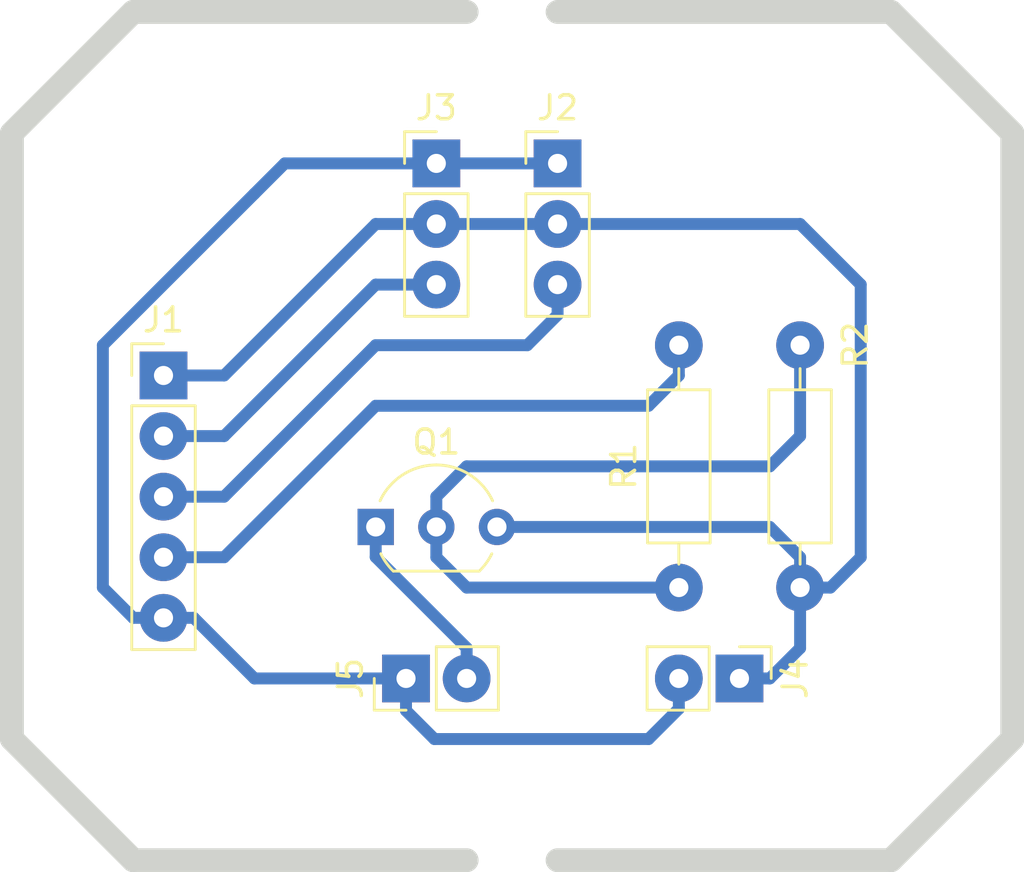
<source format=kicad_pcb>
(kicad_pcb (version 4) (host pcbnew 4.0.7)

  (general
    (links 15)
    (no_connects 0)
    (area 19.819999 10.929999 62.730001 47.490001)
    (thickness 1.6)
    (drawings 50)
    (tracks 61)
    (zones 0)
    (modules 8)
    (nets 8)
  )

  (page A4)
  (layers
    (0 F.Cu signal)
    (31 B.Cu signal hide)
    (32 B.Adhes user hide)
    (33 F.Adhes user hide)
    (34 B.Paste user hide)
    (35 F.Paste user hide)
    (36 B.SilkS user hide)
    (37 F.SilkS user hide)
    (38 B.Mask user hide)
    (39 F.Mask user hide)
    (40 Dwgs.User user)
    (41 Cmts.User user hide)
    (42 Eco1.User user hide)
    (43 Eco2.User user hide)
    (44 Edge.Cuts user)
    (45 Margin user hide)
    (46 B.CrtYd user hide)
    (47 F.CrtYd user hide)
    (48 B.Fab user)
    (49 F.Fab user hide)
  )

  (setup
    (last_trace_width 0.25)
    (trace_clearance 0.2)
    (zone_clearance 0.508)
    (zone_45_only no)
    (trace_min 0.2)
    (segment_width 0.5)
    (edge_width 1)
    (via_size 0.6)
    (via_drill 0.4)
    (via_min_size 0.4)
    (via_min_drill 0.3)
    (uvia_size 0.3)
    (uvia_drill 0.1)
    (uvias_allowed no)
    (uvia_min_size 0.2)
    (uvia_min_drill 0.1)
    (pcb_text_width 0.3)
    (pcb_text_size 1.5 1.5)
    (mod_edge_width 0.15)
    (mod_text_size 1 1)
    (mod_text_width 0.15)
    (pad_size 2 2)
    (pad_drill 0.8)
    (pad_to_mask_clearance 0.2)
    (aux_axis_origin 115.57 111.76)
    (visible_elements FFFFFF7F)
    (pcbplotparams
      (layerselection 0x01100_00000000)
      (usegerberextensions false)
      (excludeedgelayer true)
      (linewidth 0.100000)
      (plotframeref false)
      (viasonmask false)
      (mode 1)
      (useauxorigin false)
      (hpglpennumber 1)
      (hpglpenspeed 20)
      (hpglpendiameter 15)
      (hpglpenoverlay 2)
      (psnegative false)
      (psa4output false)
      (plotreference true)
      (plotvalue true)
      (plotinvisibletext false)
      (padsonsilk false)
      (subtractmaskfromsilk false)
      (outputformat 5)
      (mirror false)
      (drillshape 0)
      (scaleselection 1)
      (outputdirectory gerber/))
  )

  (net 0 "")
  (net 1 GND)
  (net 2 "Net-(J1-Pad2)")
  (net 3 "Net-(J1-Pad3)")
  (net 4 "Net-(J1-Pad4)")
  (net 5 VDD)
  (net 6 "Net-(J5-Pad2)")
  (net 7 "Net-(Q1-Pad2)")

  (net_class Default "This is the default net class."
    (clearance 0.2)
    (trace_width 0.25)
    (via_dia 0.6)
    (via_drill 0.4)
    (uvia_dia 0.3)
    (uvia_drill 0.1)
  )

  (net_class milled ""
    (clearance 0.5)
    (trace_width 0.5)
    (via_dia 0.6)
    (via_drill 0.4)
    (uvia_dia 0.3)
    (uvia_drill 0.1)
    (add_net GND)
    (add_net "Net-(J1-Pad2)")
    (add_net "Net-(J1-Pad3)")
    (add_net "Net-(J1-Pad4)")
    (add_net "Net-(J5-Pad2)")
    (add_net "Net-(Q1-Pad2)")
    (add_net VDD)
  )

  (module Resistors_THT:R_Axial_DIN0207_L6.3mm_D2.5mm_P10.16mm_Horizontal (layer F.Cu) (tedit 5B06A485) (tstamp 5AFD4431)
    (at 53.34 25.4 270)
    (descr "Resistor, Axial_DIN0207 series, Axial, Horizontal, pin pitch=10.16mm, 0.25W = 1/4W, length*diameter=6.3*2.5mm^2, http://cdn-reichelt.de/documents/datenblatt/B400/1_4W%23YAG.pdf")
    (tags "Resistor Axial_DIN0207 series Axial Horizontal pin pitch 10.16mm 0.25W = 1/4W length 6.3mm diameter 2.5mm")
    (path /5AFC3C4C)
    (fp_text reference R2 (at 0 -2.31 270) (layer F.SilkS)
      (effects (font (size 1 1) (thickness 0.15)))
    )
    (fp_text value 1k (at 5.08 0 270) (layer Dwgs.User)
      (effects (font (size 2 2) (thickness 0.5)))
    )
    (fp_line (start 1.93 -1.25) (end 1.93 1.25) (layer F.Fab) (width 0.1))
    (fp_line (start 1.93 1.25) (end 8.23 1.25) (layer F.Fab) (width 0.1))
    (fp_line (start 8.23 1.25) (end 8.23 -1.25) (layer F.Fab) (width 0.1))
    (fp_line (start 8.23 -1.25) (end 1.93 -1.25) (layer F.Fab) (width 0.1))
    (fp_line (start 0 0) (end 1.93 0) (layer F.Fab) (width 0.1))
    (fp_line (start 10.16 0) (end 8.23 0) (layer F.Fab) (width 0.1))
    (fp_line (start 1.87 -1.31) (end 1.87 1.31) (layer F.SilkS) (width 0.12))
    (fp_line (start 1.87 1.31) (end 8.29 1.31) (layer F.SilkS) (width 0.12))
    (fp_line (start 8.29 1.31) (end 8.29 -1.31) (layer F.SilkS) (width 0.12))
    (fp_line (start 8.29 -1.31) (end 1.87 -1.31) (layer F.SilkS) (width 0.12))
    (fp_line (start 0.98 0) (end 1.87 0) (layer F.SilkS) (width 0.12))
    (fp_line (start 9.18 0) (end 8.29 0) (layer F.SilkS) (width 0.12))
    (fp_line (start -1.05 -1.6) (end -1.05 1.6) (layer F.CrtYd) (width 0.05))
    (fp_line (start -1.05 1.6) (end 11.25 1.6) (layer F.CrtYd) (width 0.05))
    (fp_line (start 11.25 1.6) (end 11.25 -1.6) (layer F.CrtYd) (width 0.05))
    (fp_line (start 11.25 -1.6) (end -1.05 -1.6) (layer F.CrtYd) (width 0.05))
    (pad 1 thru_hole circle (at 0 0 270) (size 2 2) (drill 0.8) (layers *.Cu *.Mask)
      (net 7 "Net-(Q1-Pad2)"))
    (pad 2 thru_hole oval (at 10.16 0 270) (size 2 2) (drill 0.8) (layers *.Cu *.Mask)
      (net 1 GND))
    (model ${KISYS3DMOD}/Resistors_THT.3dshapes/R_Axial_DIN0207_L6.3mm_D2.5mm_P10.16mm_Horizontal.wrl
      (at (xyz 0 0 0))
      (scale (xyz 0.393701 0.393701 0.393701))
      (rotate (xyz 0 0 0))
    )
  )

  (module Resistors_THT:R_Axial_DIN0207_L6.3mm_D2.5mm_P10.16mm_Horizontal (layer F.Cu) (tedit 5B06A480) (tstamp 5AFD442B)
    (at 48.26 35.56 90)
    (descr "Resistor, Axial_DIN0207 series, Axial, Horizontal, pin pitch=10.16mm, 0.25W = 1/4W, length*diameter=6.3*2.5mm^2, http://cdn-reichelt.de/documents/datenblatt/B400/1_4W%23YAG.pdf")
    (tags "Resistor Axial_DIN0207 series Axial Horizontal pin pitch 10.16mm 0.25W = 1/4W length 6.3mm diameter 2.5mm")
    (path /5AFC3B99)
    (fp_text reference R1 (at 5.08 -2.31 90) (layer F.SilkS)
      (effects (font (size 1 1) (thickness 0.15)))
    )
    (fp_text value 470 (at 5.08 0 90) (layer Dwgs.User)
      (effects (font (size 2 2) (thickness 0.5)))
    )
    (fp_line (start 1.93 -1.25) (end 1.93 1.25) (layer F.Fab) (width 0.1))
    (fp_line (start 1.93 1.25) (end 8.23 1.25) (layer F.Fab) (width 0.1))
    (fp_line (start 8.23 1.25) (end 8.23 -1.25) (layer F.Fab) (width 0.1))
    (fp_line (start 8.23 -1.25) (end 1.93 -1.25) (layer F.Fab) (width 0.1))
    (fp_line (start 0 0) (end 1.93 0) (layer F.Fab) (width 0.1))
    (fp_line (start 10.16 0) (end 8.23 0) (layer F.Fab) (width 0.1))
    (fp_line (start 1.87 -1.31) (end 1.87 1.31) (layer F.SilkS) (width 0.12))
    (fp_line (start 1.87 1.31) (end 8.29 1.31) (layer F.SilkS) (width 0.12))
    (fp_line (start 8.29 1.31) (end 8.29 -1.31) (layer F.SilkS) (width 0.12))
    (fp_line (start 8.29 -1.31) (end 1.87 -1.31) (layer F.SilkS) (width 0.12))
    (fp_line (start 0.98 0) (end 1.87 0) (layer F.SilkS) (width 0.12))
    (fp_line (start 9.18 0) (end 8.29 0) (layer F.SilkS) (width 0.12))
    (fp_line (start -1.05 -1.6) (end -1.05 1.6) (layer F.CrtYd) (width 0.05))
    (fp_line (start -1.05 1.6) (end 11.25 1.6) (layer F.CrtYd) (width 0.05))
    (fp_line (start 11.25 1.6) (end 11.25 -1.6) (layer F.CrtYd) (width 0.05))
    (fp_line (start 11.25 -1.6) (end -1.05 -1.6) (layer F.CrtYd) (width 0.05))
    (pad 1 thru_hole circle (at 0 0 90) (size 2 2) (drill 0.8) (layers *.Cu *.Mask)
      (net 7 "Net-(Q1-Pad2)"))
    (pad 2 thru_hole oval (at 10.16 0 90) (size 2 2) (drill 0.8) (layers *.Cu *.Mask)
      (net 4 "Net-(J1-Pad4)"))
    (model ${KISYS3DMOD}/Resistors_THT.3dshapes/R_Axial_DIN0207_L6.3mm_D2.5mm_P10.16mm_Horizontal.wrl
      (at (xyz 0 0 0))
      (scale (xyz 0.393701 0.393701 0.393701))
      (rotate (xyz 0 0 0))
    )
  )

  (module Pin_Headers:Pin_Header_Straight_1x05_Pitch2.54mm (layer F.Cu) (tedit 5B0524A6) (tstamp 5AFD4404)
    (at 26.67 26.67)
    (descr "Through hole straight pin header, 1x05, 2.54mm pitch, single row")
    (tags "Through hole pin header THT 1x05 2.54mm single row")
    (path /5AFD4829)
    (fp_text reference J1 (at 0 -2.33) (layer F.SilkS)
      (effects (font (size 1 1) (thickness 0.15)))
    )
    (fp_text value arduino (at 0 13.97) (layer F.Fab)
      (effects (font (size 1 1) (thickness 0.15)))
    )
    (fp_line (start -0.635 -1.27) (end 1.27 -1.27) (layer F.Fab) (width 0.1))
    (fp_line (start 1.27 -1.27) (end 1.27 11.43) (layer F.Fab) (width 0.1))
    (fp_line (start 1.27 11.43) (end -1.27 11.43) (layer F.Fab) (width 0.1))
    (fp_line (start -1.27 11.43) (end -1.27 -0.635) (layer F.Fab) (width 0.1))
    (fp_line (start -1.27 -0.635) (end -0.635 -1.27) (layer F.Fab) (width 0.1))
    (fp_line (start -1.33 11.49) (end 1.33 11.49) (layer F.SilkS) (width 0.12))
    (fp_line (start -1.33 1.27) (end -1.33 11.49) (layer F.SilkS) (width 0.12))
    (fp_line (start 1.33 1.27) (end 1.33 11.49) (layer F.SilkS) (width 0.12))
    (fp_line (start -1.33 1.27) (end 1.33 1.27) (layer F.SilkS) (width 0.12))
    (fp_line (start -1.33 0) (end -1.33 -1.33) (layer F.SilkS) (width 0.12))
    (fp_line (start -1.33 -1.33) (end 0 -1.33) (layer F.SilkS) (width 0.12))
    (fp_line (start -1.8 -1.8) (end -1.8 11.95) (layer F.CrtYd) (width 0.05))
    (fp_line (start -1.8 11.95) (end 1.8 11.95) (layer F.CrtYd) (width 0.05))
    (fp_line (start 1.8 11.95) (end 1.8 -1.8) (layer F.CrtYd) (width 0.05))
    (fp_line (start 1.8 -1.8) (end -1.8 -1.8) (layer F.CrtYd) (width 0.05))
    (fp_text user %R (at 0 5.08 90) (layer F.Fab)
      (effects (font (size 1 1) (thickness 0.15)))
    )
    (pad 1 thru_hole rect (at 0 0) (size 2 2) (drill 0.8) (layers *.Cu *.Mask)
      (net 1 GND))
    (pad 2 thru_hole oval (at 0 2.54) (size 2 2) (drill 0.8) (layers *.Cu *.Mask)
      (net 2 "Net-(J1-Pad2)"))
    (pad 3 thru_hole oval (at 0 5.08) (size 2 2) (drill 0.8) (layers *.Cu *.Mask)
      (net 3 "Net-(J1-Pad3)"))
    (pad 4 thru_hole oval (at 0 7.62) (size 2 2) (drill 0.8) (layers *.Cu *.Mask)
      (net 4 "Net-(J1-Pad4)"))
    (pad 5 thru_hole oval (at 0 10.16) (size 2 2) (drill 0.8) (layers *.Cu *.Mask)
      (net 5 VDD))
    (model ${KISYS3DMOD}/Pin_Headers.3dshapes/Pin_Header_Straight_1x05_Pitch2.54mm.wrl
      (at (xyz 0 0 0))
      (scale (xyz 1 1 1))
      (rotate (xyz 0 0 0))
    )
  )

  (module Pin_Headers:Pin_Header_Straight_1x03_Pitch2.54mm (layer F.Cu) (tedit 59650532) (tstamp 5AFD440B)
    (at 43.18 17.78)
    (descr "Through hole straight pin header, 1x03, 2.54mm pitch, single row")
    (tags "Through hole pin header THT 1x03 2.54mm single row")
    (path /5AFD46DD)
    (fp_text reference J2 (at 0 -2.33) (layer F.SilkS)
      (effects (font (size 1 1) (thickness 0.15)))
    )
    (fp_text value opt2 (at 0 7.41) (layer F.Fab)
      (effects (font (size 1 1) (thickness 0.15)))
    )
    (fp_line (start -0.635 -1.27) (end 1.27 -1.27) (layer F.Fab) (width 0.1))
    (fp_line (start 1.27 -1.27) (end 1.27 6.35) (layer F.Fab) (width 0.1))
    (fp_line (start 1.27 6.35) (end -1.27 6.35) (layer F.Fab) (width 0.1))
    (fp_line (start -1.27 6.35) (end -1.27 -0.635) (layer F.Fab) (width 0.1))
    (fp_line (start -1.27 -0.635) (end -0.635 -1.27) (layer F.Fab) (width 0.1))
    (fp_line (start -1.33 6.41) (end 1.33 6.41) (layer F.SilkS) (width 0.12))
    (fp_line (start -1.33 1.27) (end -1.33 6.41) (layer F.SilkS) (width 0.12))
    (fp_line (start 1.33 1.27) (end 1.33 6.41) (layer F.SilkS) (width 0.12))
    (fp_line (start -1.33 1.27) (end 1.33 1.27) (layer F.SilkS) (width 0.12))
    (fp_line (start -1.33 0) (end -1.33 -1.33) (layer F.SilkS) (width 0.12))
    (fp_line (start -1.33 -1.33) (end 0 -1.33) (layer F.SilkS) (width 0.12))
    (fp_line (start -1.8 -1.8) (end -1.8 6.85) (layer F.CrtYd) (width 0.05))
    (fp_line (start -1.8 6.85) (end 1.8 6.85) (layer F.CrtYd) (width 0.05))
    (fp_line (start 1.8 6.85) (end 1.8 -1.8) (layer F.CrtYd) (width 0.05))
    (fp_line (start 1.8 -1.8) (end -1.8 -1.8) (layer F.CrtYd) (width 0.05))
    (fp_text user %R (at 0 2.54 90) (layer F.Fab)
      (effects (font (size 1 1) (thickness 0.15)))
    )
    (pad 1 thru_hole rect (at 0 0) (size 2 2) (drill 0.8) (layers *.Cu *.Mask)
      (net 5 VDD))
    (pad 2 thru_hole oval (at 0 2.54) (size 2 2) (drill 0.8) (layers *.Cu *.Mask)
      (net 1 GND))
    (pad 3 thru_hole oval (at 0 5.08) (size 2 2) (drill 0.8) (layers *.Cu *.Mask)
      (net 3 "Net-(J1-Pad3)"))
    (model ${KISYS3DMOD}/Pin_Headers.3dshapes/Pin_Header_Straight_1x03_Pitch2.54mm.wrl
      (at (xyz 0 0 0))
      (scale (xyz 1 1 1))
      (rotate (xyz 0 0 0))
    )
  )

  (module Pin_Headers:Pin_Header_Straight_1x03_Pitch2.54mm (layer F.Cu) (tedit 59650532) (tstamp 5AFD4412)
    (at 38.1 17.78)
    (descr "Through hole straight pin header, 1x03, 2.54mm pitch, single row")
    (tags "Through hole pin header THT 1x03 2.54mm single row")
    (path /5AFD45B6)
    (fp_text reference J3 (at 0 -2.33) (layer F.SilkS)
      (effects (font (size 1 1) (thickness 0.15)))
    )
    (fp_text value opt1 (at 0 7.41) (layer F.Fab)
      (effects (font (size 1 1) (thickness 0.15)))
    )
    (fp_line (start -0.635 -1.27) (end 1.27 -1.27) (layer F.Fab) (width 0.1))
    (fp_line (start 1.27 -1.27) (end 1.27 6.35) (layer F.Fab) (width 0.1))
    (fp_line (start 1.27 6.35) (end -1.27 6.35) (layer F.Fab) (width 0.1))
    (fp_line (start -1.27 6.35) (end -1.27 -0.635) (layer F.Fab) (width 0.1))
    (fp_line (start -1.27 -0.635) (end -0.635 -1.27) (layer F.Fab) (width 0.1))
    (fp_line (start -1.33 6.41) (end 1.33 6.41) (layer F.SilkS) (width 0.12))
    (fp_line (start -1.33 1.27) (end -1.33 6.41) (layer F.SilkS) (width 0.12))
    (fp_line (start 1.33 1.27) (end 1.33 6.41) (layer F.SilkS) (width 0.12))
    (fp_line (start -1.33 1.27) (end 1.33 1.27) (layer F.SilkS) (width 0.12))
    (fp_line (start -1.33 0) (end -1.33 -1.33) (layer F.SilkS) (width 0.12))
    (fp_line (start -1.33 -1.33) (end 0 -1.33) (layer F.SilkS) (width 0.12))
    (fp_line (start -1.8 -1.8) (end -1.8 6.85) (layer F.CrtYd) (width 0.05))
    (fp_line (start -1.8 6.85) (end 1.8 6.85) (layer F.CrtYd) (width 0.05))
    (fp_line (start 1.8 6.85) (end 1.8 -1.8) (layer F.CrtYd) (width 0.05))
    (fp_line (start 1.8 -1.8) (end -1.8 -1.8) (layer F.CrtYd) (width 0.05))
    (fp_text user %R (at 0 2.54 90) (layer F.Fab)
      (effects (font (size 1 1) (thickness 0.15)))
    )
    (pad 1 thru_hole rect (at 0 0) (size 2 2) (drill 0.8) (layers *.Cu *.Mask)
      (net 5 VDD))
    (pad 2 thru_hole oval (at 0 2.54) (size 2 2) (drill 0.8) (layers *.Cu *.Mask)
      (net 1 GND))
    (pad 3 thru_hole oval (at 0 5.08) (size 2 2) (drill 0.8) (layers *.Cu *.Mask)
      (net 2 "Net-(J1-Pad2)"))
    (model ${KISYS3DMOD}/Pin_Headers.3dshapes/Pin_Header_Straight_1x03_Pitch2.54mm.wrl
      (at (xyz 0 0 0))
      (scale (xyz 1 1 1))
      (rotate (xyz 0 0 0))
    )
  )

  (module Pin_Headers:Pin_Header_Straight_1x02_Pitch2.54mm (layer F.Cu) (tedit 5B06A146) (tstamp 5AFD4418)
    (at 50.8 39.37 270)
    (descr "Through hole straight pin header, 1x02, 2.54mm pitch, single row")
    (tags "Through hole pin header THT 1x02 2.54mm single row")
    (path /5AFC41A6)
    (fp_text reference J4 (at 0 -2.33 270) (layer F.SilkS)
      (effects (font (size 1 1) (thickness 0.15)))
    )
    (fp_text value Bat (at 0 -5.08 360) (layer Dwgs.User)
      (effects (font (size 2 2) (thickness 0.5)))
    )
    (fp_line (start -0.635 -1.27) (end 1.27 -1.27) (layer F.Fab) (width 0.1))
    (fp_line (start 1.27 -1.27) (end 1.27 3.81) (layer F.Fab) (width 0.1))
    (fp_line (start 1.27 3.81) (end -1.27 3.81) (layer F.Fab) (width 0.1))
    (fp_line (start -1.27 3.81) (end -1.27 -0.635) (layer F.Fab) (width 0.1))
    (fp_line (start -1.27 -0.635) (end -0.635 -1.27) (layer F.Fab) (width 0.1))
    (fp_line (start -1.33 3.87) (end 1.33 3.87) (layer F.SilkS) (width 0.12))
    (fp_line (start -1.33 1.27) (end -1.33 3.87) (layer F.SilkS) (width 0.12))
    (fp_line (start 1.33 1.27) (end 1.33 3.87) (layer F.SilkS) (width 0.12))
    (fp_line (start -1.33 1.27) (end 1.33 1.27) (layer F.SilkS) (width 0.12))
    (fp_line (start -1.33 0) (end -1.33 -1.33) (layer F.SilkS) (width 0.12))
    (fp_line (start -1.33 -1.33) (end 0 -1.33) (layer F.SilkS) (width 0.12))
    (fp_line (start -1.8 -1.8) (end -1.8 4.35) (layer F.CrtYd) (width 0.05))
    (fp_line (start -1.8 4.35) (end 1.8 4.35) (layer F.CrtYd) (width 0.05))
    (fp_line (start 1.8 4.35) (end 1.8 -1.8) (layer F.CrtYd) (width 0.05))
    (fp_line (start 1.8 -1.8) (end -1.8 -1.8) (layer F.CrtYd) (width 0.05))
    (fp_text user %R (at 0 1.27 360) (layer F.Fab)
      (effects (font (size 1 1) (thickness 0.15)))
    )
    (pad 1 thru_hole rect (at 0 0 270) (size 2 2) (drill 0.8) (layers *.Cu *.Mask)
      (net 1 GND))
    (pad 2 thru_hole oval (at 0 2.54 270) (size 2 2) (drill 0.8) (layers *.Cu *.Mask)
      (net 5 VDD))
    (model ${KISYS3DMOD}/Pin_Headers.3dshapes/Pin_Header_Straight_1x02_Pitch2.54mm.wrl
      (at (xyz 0 0 0))
      (scale (xyz 1 1 1))
      (rotate (xyz 0 0 0))
    )
  )

  (module Pin_Headers:Pin_Header_Straight_1x02_Pitch2.54mm (layer F.Cu) (tedit 5B06A0BE) (tstamp 5AFD441E)
    (at 36.83 39.37 90)
    (descr "Through hole straight pin header, 1x02, 2.54mm pitch, single row")
    (tags "Through hole pin header THT 1x02 2.54mm single row")
    (path /5AFC4041)
    (fp_text reference J5 (at 0 -2.33 90) (layer F.SilkS)
      (effects (font (size 1 1) (thickness 0.15)))
    )
    (fp_text value Led (at 0 -5.08 180) (layer Dwgs.User)
      (effects (font (size 2 2) (thickness 0.5)))
    )
    (fp_line (start -0.635 -1.27) (end 1.27 -1.27) (layer F.Fab) (width 0.1))
    (fp_line (start 1.27 -1.27) (end 1.27 3.81) (layer F.Fab) (width 0.1))
    (fp_line (start 1.27 3.81) (end -1.27 3.81) (layer F.Fab) (width 0.1))
    (fp_line (start -1.27 3.81) (end -1.27 -0.635) (layer F.Fab) (width 0.1))
    (fp_line (start -1.27 -0.635) (end -0.635 -1.27) (layer F.Fab) (width 0.1))
    (fp_line (start -1.33 3.87) (end 1.33 3.87) (layer F.SilkS) (width 0.12))
    (fp_line (start -1.33 1.27) (end -1.33 3.87) (layer F.SilkS) (width 0.12))
    (fp_line (start 1.33 1.27) (end 1.33 3.87) (layer F.SilkS) (width 0.12))
    (fp_line (start -1.33 1.27) (end 1.33 1.27) (layer F.SilkS) (width 0.12))
    (fp_line (start -1.33 0) (end -1.33 -1.33) (layer F.SilkS) (width 0.12))
    (fp_line (start -1.33 -1.33) (end 0 -1.33) (layer F.SilkS) (width 0.12))
    (fp_line (start -1.8 -1.8) (end -1.8 4.35) (layer F.CrtYd) (width 0.05))
    (fp_line (start -1.8 4.35) (end 1.8 4.35) (layer F.CrtYd) (width 0.05))
    (fp_line (start 1.8 4.35) (end 1.8 -1.8) (layer F.CrtYd) (width 0.05))
    (fp_line (start 1.8 -1.8) (end -1.8 -1.8) (layer F.CrtYd) (width 0.05))
    (fp_text user %R (at 0 1.27 180) (layer F.Fab)
      (effects (font (size 1 1) (thickness 0.15)))
    )
    (pad 1 thru_hole rect (at 0 0 90) (size 2 2) (drill 0.8) (layers *.Cu *.Mask)
      (net 5 VDD))
    (pad 2 thru_hole oval (at 0 2.54 90) (size 2 2) (drill 0.8) (layers *.Cu *.Mask)
      (net 6 "Net-(J5-Pad2)"))
    (model ${KISYS3DMOD}/Pin_Headers.3dshapes/Pin_Header_Straight_1x02_Pitch2.54mm.wrl
      (at (xyz 0 0 0))
      (scale (xyz 1 1 1))
      (rotate (xyz 0 0 0))
    )
  )

  (module TO_SOT_Packages_THT:TO-92_Inline_Wide (layer F.Cu) (tedit 58CE52AF) (tstamp 5AFD4425)
    (at 35.56 33.02)
    (descr "TO-92 leads in-line, wide, drill 0.8mm (see NXP sot054_po.pdf)")
    (tags "to-92 sc-43 sc-43a sot54 PA33 transistor")
    (path /5AFC3CE9)
    (fp_text reference Q1 (at 2.54 -3.56 180) (layer F.SilkS)
      (effects (font (size 1 1) (thickness 0.15)))
    )
    (fp_text value BC337 (at 2.54 2.79) (layer F.Fab)
      (effects (font (size 1 1) (thickness 0.15)))
    )
    (fp_text user %R (at 2.54 -3.56 180) (layer F.Fab)
      (effects (font (size 1 1) (thickness 0.15)))
    )
    (fp_line (start 0.74 1.85) (end 4.34 1.85) (layer F.SilkS) (width 0.12))
    (fp_line (start 0.8 1.75) (end 4.3 1.75) (layer F.Fab) (width 0.1))
    (fp_line (start -1.01 -2.73) (end 6.09 -2.73) (layer F.CrtYd) (width 0.05))
    (fp_line (start -1.01 -2.73) (end -1.01 2.01) (layer F.CrtYd) (width 0.05))
    (fp_line (start 6.09 2.01) (end 6.09 -2.73) (layer F.CrtYd) (width 0.05))
    (fp_line (start 6.09 2.01) (end -1.01 2.01) (layer F.CrtYd) (width 0.05))
    (fp_arc (start 2.54 0) (end 0.74 1.85) (angle 20) (layer F.SilkS) (width 0.12))
    (fp_arc (start 2.54 0) (end 2.54 -2.6) (angle -65) (layer F.SilkS) (width 0.12))
    (fp_arc (start 2.54 0) (end 2.54 -2.6) (angle 65) (layer F.SilkS) (width 0.12))
    (fp_arc (start 2.54 0) (end 2.54 -2.48) (angle 135) (layer F.Fab) (width 0.1))
    (fp_arc (start 2.54 0) (end 2.54 -2.48) (angle -135) (layer F.Fab) (width 0.1))
    (fp_arc (start 2.54 0) (end 4.34 1.85) (angle -20) (layer F.SilkS) (width 0.12))
    (pad 2 thru_hole circle (at 2.54 0 90) (size 1.52 1.52) (drill 0.8) (layers *.Cu *.Mask)
      (net 7 "Net-(Q1-Pad2)"))
    (pad 3 thru_hole circle (at 5.08 0 90) (size 1.52 1.52) (drill 0.8) (layers *.Cu *.Mask)
      (net 1 GND))
    (pad 1 thru_hole rect (at 0 0 90) (size 1.52 1.52) (drill 0.8) (layers *.Cu *.Mask)
      (net 6 "Net-(J5-Pad2)"))
    (model ${KISYS3DMOD}/TO_SOT_Packages_THT.3dshapes/TO-92_Inline_Wide.wrl
      (at (xyz 0.1 0 0))
      (scale (xyz 1 1 1))
      (rotate (xyz 0 0 -90))
    )
  )

  (gr_arc (start 38.1 33.02) (end 35.56 31.496) (angle 118.0724869) (layer Dwgs.User) (width 0.5))
  (gr_line (start 36.068 35.052) (end 40.132 35.052) (layer Dwgs.User) (width 0.5))
  (gr_line (start 55.372 26.924) (end 51.308 26.924) (layer Dwgs.User) (width 0.5))
  (gr_line (start 55.372 34.036) (end 55.372 26.924) (layer Dwgs.User) (width 0.5))
  (gr_line (start 51.308 34.036) (end 55.372 34.036) (layer Dwgs.User) (width 0.5))
  (gr_line (start 51.308 26.924) (end 51.308 34.036) (layer Dwgs.User) (width 0.5))
  (gr_line (start 49.784 34.036) (end 49.784 26.924) (layer Dwgs.User) (width 0.5))
  (gr_line (start 46.228 34.036) (end 49.784 34.036) (layer Dwgs.User) (width 0.5))
  (gr_line (start 46.228 26.924) (end 46.228 34.036) (layer Dwgs.User) (width 0.5))
  (gr_line (start 49.784 26.924) (end 46.228 26.924) (layer Dwgs.User) (width 0.5))
  (gr_line (start 40.64 40.64) (end 40.64 38.1) (layer Dwgs.User) (width 0.5))
  (gr_line (start 35.56 40.64) (end 40.64 40.64) (layer Dwgs.User) (width 0.5))
  (gr_line (start 35.56 38.1) (end 35.56 40.64) (layer Dwgs.User) (width 0.5))
  (gr_line (start 40.64 38.1) (end 35.56 38.1) (layer Dwgs.User) (width 0.5))
  (gr_line (start 46.99 40.64) (end 46.99 38.1) (layer Dwgs.User) (width 0.5))
  (gr_line (start 52.07 40.64) (end 46.99 40.64) (layer Dwgs.User) (width 0.5))
  (gr_line (start 52.07 38.1) (end 52.07 40.64) (layer Dwgs.User) (width 0.5))
  (gr_line (start 46.99 38.1) (end 52.07 38.1) (layer Dwgs.User) (width 0.5))
  (gr_line (start 41.91 24.13) (end 41.91 16.51) (layer Dwgs.User) (width 0.5))
  (gr_line (start 44.45 24.13) (end 41.91 24.13) (layer Dwgs.User) (width 0.5))
  (gr_line (start 44.45 16.51) (end 44.45 24.13) (layer Dwgs.User) (width 0.5))
  (gr_line (start 41.91 16.51) (end 44.45 16.51) (layer Dwgs.User) (width 0.5))
  (gr_line (start 36.83 24.13) (end 36.83 16.51) (layer Dwgs.User) (width 0.5))
  (gr_line (start 39.37 24.13) (end 36.83 24.13) (layer Dwgs.User) (width 0.5))
  (gr_line (start 39.37 16.51) (end 39.37 24.13) (layer Dwgs.User) (width 0.5))
  (gr_line (start 36.83 16.51) (end 39.37 16.51) (layer Dwgs.User) (width 0.5))
  (gr_line (start 25.4 38.1) (end 25.4 25.4) (layer Dwgs.User) (width 0.5))
  (gr_line (start 27.94 38.1) (end 25.4 38.1) (layer Dwgs.User) (width 0.5))
  (gr_line (start 27.94 25.4) (end 27.94 38.1) (layer Dwgs.User) (width 0.5))
  (gr_line (start 25.4 25.4) (end 27.94 25.4) (layer Dwgs.User) (width 0.5))
  (gr_line (start 39.37 11.43) (end 25.4 11.43) (layer Edge.Cuts) (width 1))
  (gr_line (start 57.15 11.43) (end 43.18 11.43) (layer Edge.Cuts) (width 1))
  (gr_line (start 57.15 46.99) (end 43.18 46.99) (layer Edge.Cuts) (width 1))
  (gr_line (start 25.4 46.99) (end 39.37 46.99) (layer Edge.Cuts) (width 1))
  (gr_line (start 20.32 41.91) (end 25.4 46.99) (layer Edge.Cuts) (width 1))
  (gr_line (start 20.32 16.51) (end 20.32 41.91) (layer Edge.Cuts) (width 1))
  (gr_line (start 25.4 11.43) (end 20.32 16.51) (layer Edge.Cuts) (width 1))
  (gr_line (start 62.23 16.51) (end 57.15 11.43) (layer Edge.Cuts) (width 1))
  (gr_line (start 62.23 41.91) (end 62.23 16.51) (layer Edge.Cuts) (width 1))
  (gr_line (start 57.15 46.99) (end 62.23 41.91) (layer Edge.Cuts) (width 1))
  (gr_text opt (at 32.512 22.86) (layer Dwgs.User) (tstamp 5AFD8FB2)
    (effects (font (size 2 2) (thickness 0.5)))
  )
  (gr_text - (at 39.37 41.91) (layer Dwgs.User) (tstamp 5B013F0C)
    (effects (font (size 2 2) (thickness 0.5)))
  )
  (gr_text + (at 36.83 41.91) (layer Dwgs.User) (tstamp 5B013F03)
    (effects (font (size 2 2) (thickness 0.5)))
  )
  (gr_text - (at 48.26 20.32) (layer Dwgs.User) (tstamp 5AFD8F95)
    (effects (font (size 2 2) (thickness 0.5)))
  )
  (gr_text + (at 48.26 17.78) (layer Dwgs.User) (tstamp 5AFD8F84)
    (effects (font (size 2 2) (thickness 0.5)))
  )
  (gr_text BC337 (at 33.02 30.48 90) (layer Dwgs.User)
    (effects (font (size 2 2) (thickness 0.5)))
  )
  (gr_text - (at 50.8 41.91) (layer Dwgs.User) (tstamp 5AFD4D02)
    (effects (font (size 2 2) (thickness 0.5)))
  )
  (gr_text + (at 48.26 41.91) (layer Dwgs.User) (tstamp 5AFD4CF3)
    (effects (font (size 2 2) (thickness 0.5)))
  )
  (gr_text + (at 24.13 36.83) (layer Dwgs.User)
    (effects (font (size 2 2) (thickness 0.5)))
  )
  (gr_text - (at 24.13 26.67) (layer Dwgs.User)
    (effects (font (size 2 2) (thickness 0.5)))
  )

  (segment (start 52.07 39.37) (end 50.8 39.37) (width 0.5) (layer B.Cu) (net 1))
  (segment (start 53.34 38.1) (end 52.07 39.37) (width 0.5) (layer B.Cu) (net 1))
  (segment (start 53.34 35.56) (end 53.34 38.1) (width 0.5) (layer B.Cu) (net 1))
  (segment (start 53.34 35.56) (end 53.34 34.29) (width 0.5) (layer B.Cu) (net 1))
  (segment (start 40.64 33.02) (end 52.07 33.02) (width 0.5) (layer B.Cu) (net 1))
  (segment (start 52.07 33.02) (end 53.34 34.29) (width 0.5) (layer B.Cu) (net 1))
  (segment (start 54.61 35.56) (end 53.34 35.56) (width 0.5) (layer B.Cu) (net 1))
  (segment (start 55.88 34.29) (end 54.61 35.56) (width 0.5) (layer B.Cu) (net 1))
  (segment (start 43.18 20.32) (end 53.34 20.32) (width 0.5) (layer B.Cu) (net 1))
  (segment (start 53.34 20.32) (end 55.88 22.86) (width 0.5) (layer B.Cu) (net 1))
  (segment (start 55.88 22.86) (end 55.88 34.29) (width 0.5) (layer B.Cu) (net 1))
  (segment (start 38.1 20.32) (end 35.56 20.32) (width 0.5) (layer B.Cu) (net 1))
  (segment (start 35.56 20.32) (end 29.21 26.67) (width 0.5) (layer B.Cu) (net 1))
  (segment (start 29.21 26.67) (end 26.67 26.67) (width 0.5) (layer B.Cu) (net 1))
  (segment (start 26.67 26.67) (end 26.67 26.67) (width 0.5) (layer B.Cu) (net 1) (tstamp 5B042D53) (status 30))
  (segment (start 43.18 20.32) (end 38.1 20.32) (width 0.5) (layer B.Cu) (net 1) (status 20))
  (segment (start 29.21 29.21) (end 26.67 29.21) (width 0.5) (layer B.Cu) (net 2))
  (segment (start 38.1 22.86) (end 35.56 22.86) (width 0.5) (layer B.Cu) (net 2))
  (segment (start 35.56 22.86) (end 29.21 29.21) (width 0.5) (layer B.Cu) (net 2))
  (segment (start 27.94 31.75) (end 29.21 31.75) (width 0.5) (layer B.Cu) (net 3))
  (segment (start 29.21 31.75) (end 35.56 25.4) (width 0.5) (layer B.Cu) (net 3) (tstamp 5B04304F))
  (segment (start 41.91 25.4) (end 35.56 25.4) (width 0.5) (layer B.Cu) (net 3))
  (segment (start 43.18 24.13) (end 41.91 25.4) (width 0.5) (layer B.Cu) (net 3))
  (segment (start 43.18 22.86) (end 43.18 24.13) (width 0.5) (layer B.Cu) (net 3))
  (segment (start 26.67 31.75) (end 27.94 31.75) (width 0.5) (layer B.Cu) (net 3) (status 10))
  (segment (start 26.67 31.75) (end 26.67 31.75) (width 0.5) (layer B.Cu) (net 3) (status 30))
  (segment (start 46.99 27.94) (end 35.56 27.94) (width 0.5) (layer B.Cu) (net 4))
  (segment (start 26.67 34.29) (end 29.21 34.29) (width 0.5) (layer B.Cu) (net 4) (status 10))
  (segment (start 29.21 34.29) (end 35.56 27.94) (width 0.5) (layer B.Cu) (net 4))
  (segment (start 48.26 26.67) (end 48.26 25.4) (width 0.5) (layer B.Cu) (net 4))
  (segment (start 46.99 27.94) (end 48.26 26.67) (width 0.5) (layer B.Cu) (net 4))
  (segment (start 26.67 34.29) (end 26.67 34.29) (width 0.5) (layer B.Cu) (net 4) (status 30))
  (segment (start 25.4 36.83) (end 26.67 36.83) (width 0.5) (layer B.Cu) (net 5))
  (segment (start 24.13 35.56) (end 25.4 36.83) (width 0.5) (layer B.Cu) (net 5))
  (segment (start 24.13 25.4) (end 24.13 35.56) (width 0.5) (layer B.Cu) (net 5))
  (segment (start 30.48 19.05) (end 24.13 25.4) (width 0.5) (layer B.Cu) (net 5))
  (segment (start 31.75 17.78) (end 30.48 19.05) (width 0.5) (layer B.Cu) (net 5))
  (segment (start 38.1 17.78) (end 31.75 17.78) (width 0.5) (layer B.Cu) (net 5))
  (segment (start 30.48 39.37) (end 27.94 36.83) (width 0.5) (layer B.Cu) (net 5))
  (segment (start 36.83 39.37) (end 30.48 39.37) (width 0.5) (layer B.Cu) (net 5))
  (segment (start 36.83 39.37) (end 36.83 40.72) (width 0.5) (layer B.Cu) (net 5))
  (segment (start 36.83 40.72) (end 38.02 41.91) (width 0.5) (layer B.Cu) (net 5))
  (segment (start 38.02 41.91) (end 46.99 41.91) (width 0.5) (layer B.Cu) (net 5))
  (segment (start 46.99 41.91) (end 48.26 40.64) (width 0.5) (layer B.Cu) (net 5))
  (segment (start 48.26 40.64) (end 48.26 39.37) (width 0.5) (layer B.Cu) (net 5))
  (segment (start 27.94 36.83) (end 26.67 36.83) (width 0.5) (layer B.Cu) (net 5))
  (segment (start 26.67 36.83) (end 26.67 36.83) (width 0.5) (layer B.Cu) (net 5) (status 20))
  (segment (start 36.83 39.514226) (end 36.757887 39.442113) (width 0.5) (layer B.Cu) (net 5) (status 30))
  (segment (start 36.83 39.29) (end 36.83 39.37) (width 0.5) (layer F.Cu) (net 5) (status 30))
  (segment (start 43.18 17.78) (end 38.1 17.78) (width 0.5) (layer B.Cu) (net 5) (status 20))
  (segment (start 35.56 33.02) (end 35.56 34.28) (width 0.5) (layer B.Cu) (net 6))
  (segment (start 35.56 34.28) (end 39.37 38.09) (width 0.5) (layer B.Cu) (net 6))
  (segment (start 39.37 38.09) (end 39.37 39.37) (width 0.5) (layer B.Cu) (net 6))
  (segment (start 38.1 34.29) (end 39.37 35.56) (width 0.5) (layer B.Cu) (net 7))
  (segment (start 39.37 35.56) (end 48.26 35.56) (width 0.5) (layer B.Cu) (net 7))
  (segment (start 38.1 33.02) (end 38.1 34.29) (width 0.5) (layer B.Cu) (net 7))
  (segment (start 53.34 29.21) (end 53.34 25.4) (width 0.5) (layer B.Cu) (net 7))
  (segment (start 52.07 30.48) (end 53.34 29.21) (width 0.5) (layer B.Cu) (net 7))
  (segment (start 39.37 30.48) (end 52.07 30.48) (width 0.5) (layer B.Cu) (net 7))
  (segment (start 38.1 31.75) (end 39.37 30.48) (width 0.5) (layer B.Cu) (net 7))
  (segment (start 38.1 33.02) (end 38.1 31.75) (width 0.5) (layer B.Cu) (net 7))

)

</source>
